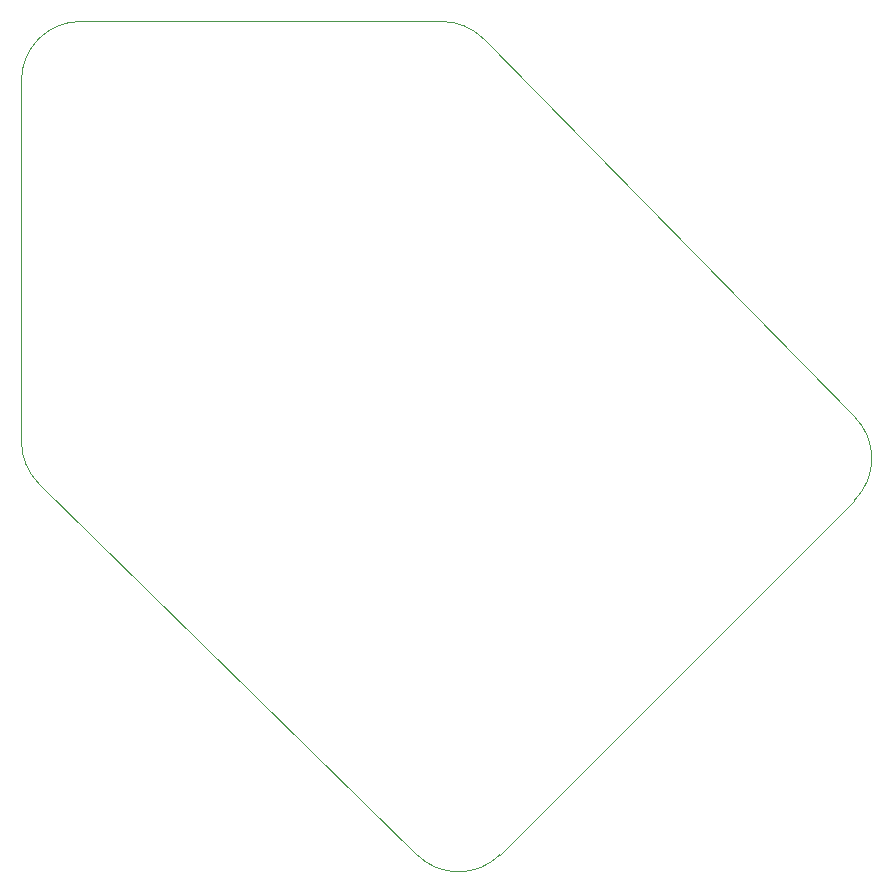
<source format=gm1>
G04 #@! TF.GenerationSoftware,KiCad,Pcbnew,8.0.8-unknown-1000.20250207gitc73cc2c.fc41*
G04 #@! TF.CreationDate,2025-04-05T07:38:36-07:00*
G04 #@! TF.ProjectId,baggage-label-felix,62616767-6167-4652-9d6c-6162656c2d66,rev?*
G04 #@! TF.SameCoordinates,Original*
G04 #@! TF.FileFunction,Profile,NP*
%FSLAX46Y46*%
G04 Gerber Fmt 4.6, Leading zero omitted, Abs format (unit mm)*
G04 Created by KiCad (PCBNEW 8.0.8-unknown-1000.20250207gitc73cc2c.fc41) date 2025-04-05 07:38:36*
%MOMM*%
%LPD*%
G01*
G04 APERTURE LIST*
G04 #@! TA.AperFunction,Profile*
%ADD10C,0.100000*%
G04 #@! TD*
G04 APERTURE END LIST*
D10*
X90535534Y-120535534D02*
G75*
G02*
X83464466Y-120535534I-3535534J3535534D01*
G01*
X85586583Y-50000000D02*
X55000000Y-50000000D01*
X51464466Y-89122117D02*
X83464466Y-120535534D01*
X50000000Y-55000000D02*
G75*
G02*
X55000000Y-50000000I5000000J0D01*
G01*
X51464466Y-89122117D02*
G75*
G02*
X50000012Y-85586583I3535534J3535517D01*
G01*
X50000000Y-55000000D02*
X50000000Y-85586583D01*
X85586583Y-50000000D02*
G75*
G02*
X89122125Y-51464458I17J-5000000D01*
G01*
X120535534Y-90535534D02*
X90535534Y-120535534D01*
X120535534Y-83464466D02*
G75*
G02*
X120535534Y-90535534I-3535534J-3535534D01*
G01*
X120535534Y-83464466D02*
X89122117Y-51464466D01*
M02*

</source>
